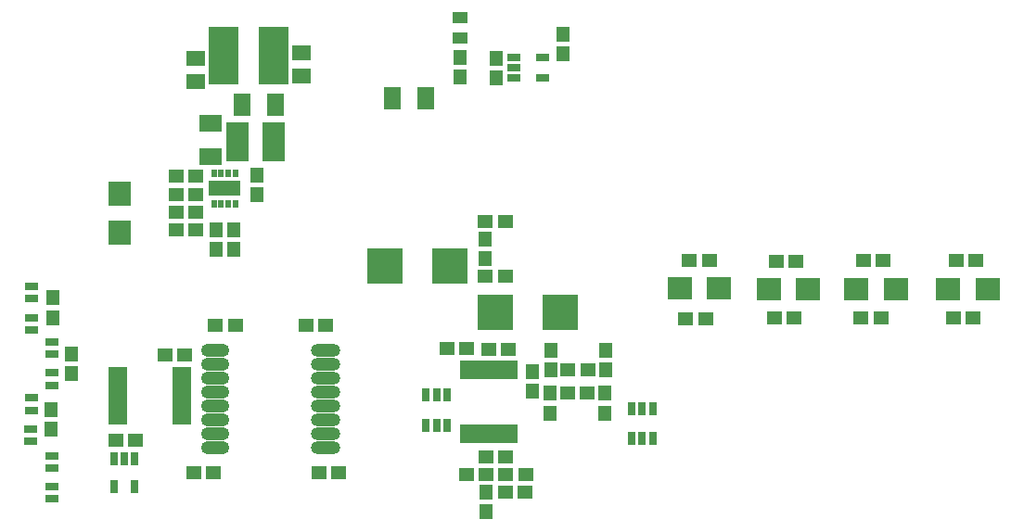
<source format=gtp>
G04*
G04 #@! TF.GenerationSoftware,Altium Limited,Altium Designer,23.0.1 (38)*
G04*
G04 Layer_Color=8421504*
%FSLAX44Y44*%
%MOMM*%
G71*
G04*
G04 #@! TF.SameCoordinates,FF345AFA-0CE5-413A-8FAD-513570D1C1FC*
G04*
G04*
G04 #@! TF.FilePolarity,Positive*
G04*
G01*
G75*
%ADD18R,1.3540X1.3040*%
%ADD19O,2.7040X1.2040*%
%ADD20O,2.6040X1.2040*%
%ADD21R,1.3040X1.3540*%
%ADD22R,2.0040X3.6040*%
%ADD23R,1.2040X0.7840*%
%ADD24R,1.7040X0.6540*%
%ADD25R,0.8040X1.3040*%
%ADD26R,1.5540X2.0040*%
%ADD27R,2.9040X1.4540*%
%ADD28R,0.6040X0.7040*%
%ADD29R,2.0040X1.5540*%
%ADD30R,2.7040X5.3040*%
%ADD31R,2.3040X2.0040*%
%ADD32R,2.0040X2.3040*%
%ADD33R,0.8040X1.2040*%
%ADD34R,3.2040X3.2040*%
%ADD35R,0.6540X1.7040*%
%ADD36R,1.2540X0.8040*%
%ADD37R,1.7540X1.4040*%
%ADD38R,1.4040X1.0040*%
D18*
X960000Y423000D02*
D03*
X942000D02*
D03*
X876000D02*
D03*
X858000D02*
D03*
X797000D02*
D03*
X779000D02*
D03*
X716000Y422000D02*
D03*
X698000D02*
D03*
X248500Y281250D02*
D03*
X266500D02*
D03*
X515000Y460500D02*
D03*
X533000D02*
D03*
X363000Y281000D02*
D03*
X381000D02*
D03*
X222500Y389000D02*
D03*
X240500D02*
D03*
X878000Y475000D02*
D03*
X860000D02*
D03*
X533750Y279500D02*
D03*
X551750D02*
D03*
X551500Y263500D02*
D03*
X533500D02*
D03*
X286750Y415750D02*
D03*
X268750D02*
D03*
X369500Y415750D02*
D03*
X351500D02*
D03*
X195750Y311000D02*
D03*
X177750D02*
D03*
X250750Y535750D02*
D03*
X232750D02*
D03*
Y552000D02*
D03*
X250750D02*
D03*
Y519500D02*
D03*
X232750D02*
D03*
Y503500D02*
D03*
X250750D02*
D03*
X962500Y475000D02*
D03*
X944500D02*
D03*
X798750Y474750D02*
D03*
X780750D02*
D03*
X719250Y475250D02*
D03*
X701250D02*
D03*
X515000Y510500D02*
D03*
X533000D02*
D03*
X518250Y394250D02*
D03*
X536250D02*
D03*
X497500Y279500D02*
D03*
X515500D02*
D03*
X515500Y295500D02*
D03*
X533500D02*
D03*
X498250Y395000D02*
D03*
X480250D02*
D03*
X608500Y375250D02*
D03*
X590500D02*
D03*
X608000Y353750D02*
D03*
X590000D02*
D03*
D19*
X369500Y329450D02*
D03*
Y342150D02*
D03*
Y304050D02*
D03*
Y316750D02*
D03*
Y380250D02*
D03*
Y392950D02*
D03*
Y354850D02*
D03*
Y367550D02*
D03*
D20*
X268500Y304050D02*
D03*
Y316750D02*
D03*
Y329450D02*
D03*
Y342150D02*
D03*
Y354850D02*
D03*
Y367550D02*
D03*
Y380250D02*
D03*
Y392950D02*
D03*
D21*
X269500Y485250D02*
D03*
Y503250D02*
D03*
X285500Y485250D02*
D03*
Y503250D02*
D03*
X306500Y535000D02*
D03*
Y553000D02*
D03*
X515000Y494500D02*
D03*
Y476500D02*
D03*
X624500Y375250D02*
D03*
Y393250D02*
D03*
X624250Y353750D02*
D03*
Y335750D02*
D03*
X120000Y441000D02*
D03*
Y423000D02*
D03*
X137500Y371500D02*
D03*
Y389500D02*
D03*
X515750Y245500D02*
D03*
Y263500D02*
D03*
X118750Y338750D02*
D03*
Y320750D02*
D03*
X574500Y393250D02*
D03*
Y375250D02*
D03*
X558250Y373500D02*
D03*
Y355500D02*
D03*
X574000Y353750D02*
D03*
Y335750D02*
D03*
X585750Y664000D02*
D03*
Y682000D02*
D03*
X491750Y660750D02*
D03*
Y642750D02*
D03*
X525000Y642000D02*
D03*
Y660000D02*
D03*
D22*
X321750Y583250D02*
D03*
X288750D02*
D03*
D23*
X100500Y349600D02*
D03*
Y338400D02*
D03*
X119250Y257400D02*
D03*
Y268600D02*
D03*
Y296850D02*
D03*
Y285650D02*
D03*
X100250Y309900D02*
D03*
Y321100D02*
D03*
X119250Y361150D02*
D03*
Y372350D02*
D03*
Y400850D02*
D03*
Y389650D02*
D03*
X100500Y411900D02*
D03*
Y423100D02*
D03*
Y451600D02*
D03*
Y440400D02*
D03*
D24*
X179750Y374500D02*
D03*
Y368000D02*
D03*
Y361500D02*
D03*
Y355000D02*
D03*
Y348500D02*
D03*
Y342000D02*
D03*
Y335500D02*
D03*
Y329000D02*
D03*
X237750Y374500D02*
D03*
Y368000D02*
D03*
Y361500D02*
D03*
Y355000D02*
D03*
Y348500D02*
D03*
Y342000D02*
D03*
Y335500D02*
D03*
Y329000D02*
D03*
D25*
X195000Y294250D02*
D03*
X185500D02*
D03*
X176000D02*
D03*
X195000Y268250D02*
D03*
X176000D02*
D03*
D26*
X292750Y617250D02*
D03*
X323750D02*
D03*
X429750Y623250D02*
D03*
X460750D02*
D03*
D27*
X277000Y541000D02*
D03*
D28*
X267250Y555000D02*
D03*
X273750D02*
D03*
X280250D02*
D03*
X286750D02*
D03*
X267250Y527000D02*
D03*
X273750D02*
D03*
X280250D02*
D03*
X286750D02*
D03*
D29*
X264500Y600750D02*
D03*
Y569750D02*
D03*
D30*
X275750Y662500D02*
D03*
X321750D02*
D03*
D31*
X973250Y449250D02*
D03*
X937250D02*
D03*
X889750Y449250D02*
D03*
X853750D02*
D03*
X809500Y448750D02*
D03*
X773500D02*
D03*
X728250Y450000D02*
D03*
X692250D02*
D03*
D32*
X181500Y536250D02*
D03*
Y500250D02*
D03*
D33*
X667750Y312250D02*
D03*
X658250Y312250D02*
D03*
X648750D02*
D03*
Y339750D02*
D03*
X658250D02*
D03*
X667750D02*
D03*
X461000Y352250D02*
D03*
X470500Y352250D02*
D03*
X480000D02*
D03*
Y324750D02*
D03*
X470500D02*
D03*
X461000D02*
D03*
D34*
X523750Y427500D02*
D03*
X583750D02*
D03*
X483000Y470500D02*
D03*
X423000D02*
D03*
D35*
X495250Y317250D02*
D03*
X501750D02*
D03*
X508250D02*
D03*
X514750D02*
D03*
X521250D02*
D03*
X527750D02*
D03*
X534250D02*
D03*
X540750D02*
D03*
X495250Y375250D02*
D03*
X501750D02*
D03*
X508250D02*
D03*
X514750D02*
D03*
X521250D02*
D03*
X527750D02*
D03*
X534250D02*
D03*
X540750D02*
D03*
D36*
X540750Y660750D02*
D03*
Y651250D02*
D03*
Y641750D02*
D03*
X567250D02*
D03*
Y660750D02*
D03*
D37*
X347000Y664500D02*
D03*
Y643500D02*
D03*
X250500Y638750D02*
D03*
Y659750D02*
D03*
D38*
X491750Y678000D02*
D03*
Y697000D02*
D03*
M02*

</source>
